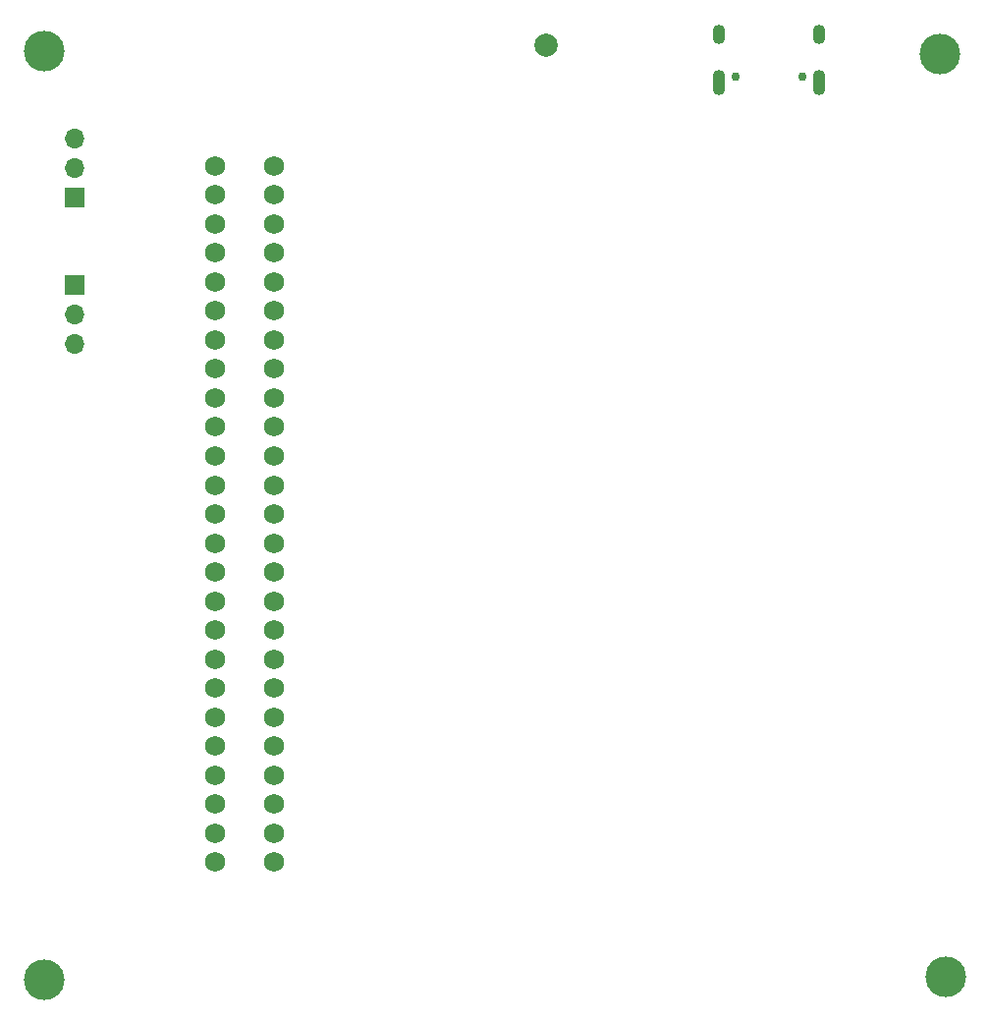
<source format=gbr>
%TF.GenerationSoftware,KiCad,Pcbnew,7.0.6-0*%
%TF.CreationDate,2024-06-08T16:42:38-07:00*%
%TF.ProjectId,pc64,70633634-2e6b-4696-9361-645f70636258,rev?*%
%TF.SameCoordinates,Original*%
%TF.FileFunction,Soldermask,Bot*%
%TF.FilePolarity,Negative*%
%FSLAX46Y46*%
G04 Gerber Fmt 4.6, Leading zero omitted, Abs format (unit mm)*
G04 Created by KiCad (PCBNEW 7.0.6-0) date 2024-06-08 16:42:38*
%MOMM*%
%LPD*%
G01*
G04 APERTURE LIST*
%ADD10C,0.750000*%
%ADD11O,1.100000X2.200000*%
%ADD12O,1.100000X1.700000*%
%ADD13C,2.000000*%
%ADD14C,2.600000*%
%ADD15C,3.500000*%
%ADD16C,1.727200*%
%ADD17O,1.700000X1.700000*%
%ADD18R,1.700000X1.700000*%
G04 APERTURE END LIST*
D10*
%TO.C,J1*%
X128620000Y-47067000D03*
X122840000Y-47067000D03*
D11*
X130050000Y-47597000D03*
D12*
X130050000Y-43417000D03*
D11*
X121410000Y-47597000D03*
D12*
X121410000Y-43417000D03*
%TD*%
D13*
%TO.C,CART 12V*%
X106580000Y-44333000D03*
%TD*%
D14*
%TO.C,H1*%
X63246000Y-124841000D03*
D15*
X63246000Y-124841000D03*
%TD*%
D14*
%TO.C,H2*%
X63246000Y-44831000D03*
D15*
X63246000Y-44831000D03*
%TD*%
D14*
%TO.C,H4*%
X140970000Y-124587000D03*
D15*
X140970000Y-124587000D03*
%TD*%
D16*
%TO.C,U2*%
X77978000Y-54756000D03*
X77978000Y-57256000D03*
X77978000Y-59756000D03*
X77978000Y-62256000D03*
X77978000Y-64756000D03*
X77978000Y-67256000D03*
X77978000Y-69756000D03*
X77978000Y-72256000D03*
X77978000Y-74756000D03*
X77978000Y-77256000D03*
X77978000Y-79756000D03*
X77978000Y-82256000D03*
X77978000Y-84756000D03*
X77978000Y-87256000D03*
X77978000Y-89756000D03*
X77978000Y-92256000D03*
X77978000Y-94756000D03*
X77978000Y-97256000D03*
X77978000Y-99756000D03*
X77978000Y-102256000D03*
X77978000Y-104756000D03*
X77978000Y-107256000D03*
X77978000Y-109756000D03*
X77978000Y-112256000D03*
X77978000Y-114756000D03*
X83058000Y-54756000D03*
X83058000Y-57256000D03*
X83058000Y-59756000D03*
X83058000Y-62256000D03*
X83058000Y-64756000D03*
X83058000Y-67256000D03*
X83058000Y-69756000D03*
X83058000Y-72256000D03*
X83058000Y-74756000D03*
X83058000Y-77256000D03*
X83058000Y-79756000D03*
X83058000Y-82256000D03*
X83058000Y-84756000D03*
X83058000Y-87256000D03*
X83058000Y-89756000D03*
X83058000Y-92256000D03*
X83058000Y-94756000D03*
X83058000Y-97256000D03*
X83058000Y-99756000D03*
X83058000Y-102256000D03*
X83058000Y-104756000D03*
X83058000Y-107256000D03*
X83058000Y-109756000D03*
X83058000Y-112256000D03*
X83058000Y-114756000D03*
%TD*%
D17*
%TO.C,CON2*%
X65913000Y-70104000D03*
X65913000Y-67564000D03*
D18*
X65913000Y-65024000D03*
%TD*%
D14*
%TO.C,H3*%
X140462000Y-45085000D03*
D15*
X140462000Y-45085000D03*
%TD*%
D17*
%TO.C,CON3*%
X65898000Y-52436000D03*
X65898000Y-54976000D03*
D18*
X65898000Y-57516000D03*
%TD*%
M02*

</source>
